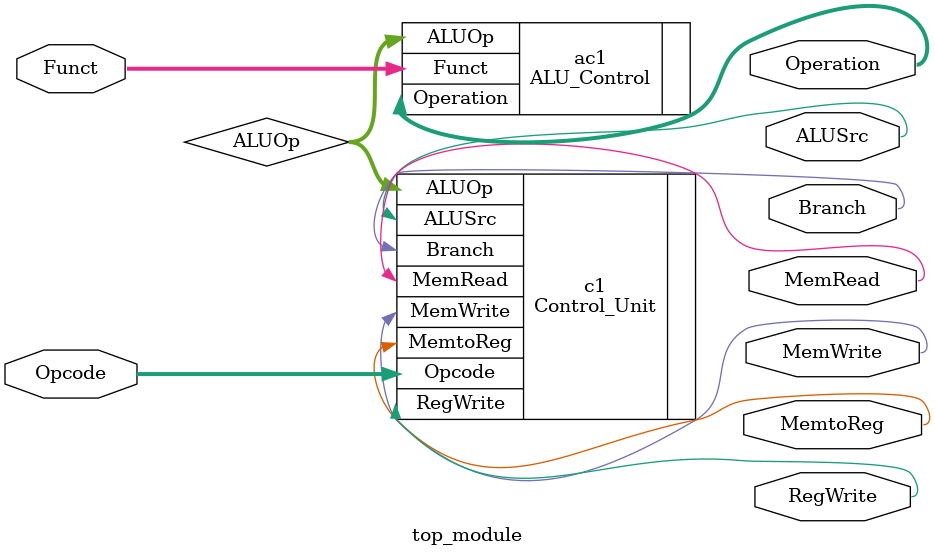
<source format=v>
`include "Control_Unit.v"
`include "ALU_Control.v"

module top_module (
    input  [6:0] Opcode,
    input  [3:0] Funct,
    output [3:0] Operation,
    output Branch, MemRead, MemtoReg, MemWrite, ALUSrc, RegWrite
);
    wire [1:0] ALUOp;

    Control_Unit c1(.Opcode(Opcode), .Branch(Branch), .MemRead(MemRead), .MemtoReg(MemtoReg), .MemWrite(MemWrite), .ALUSrc(ALUSrc), .RegWrite(RegWrite), .ALUOp(ALUOp));
    ALU_Control ac1(.ALUOp(ALUOp), .Funct(Funct), .Operation(Operation));
    
endmodule

</source>
